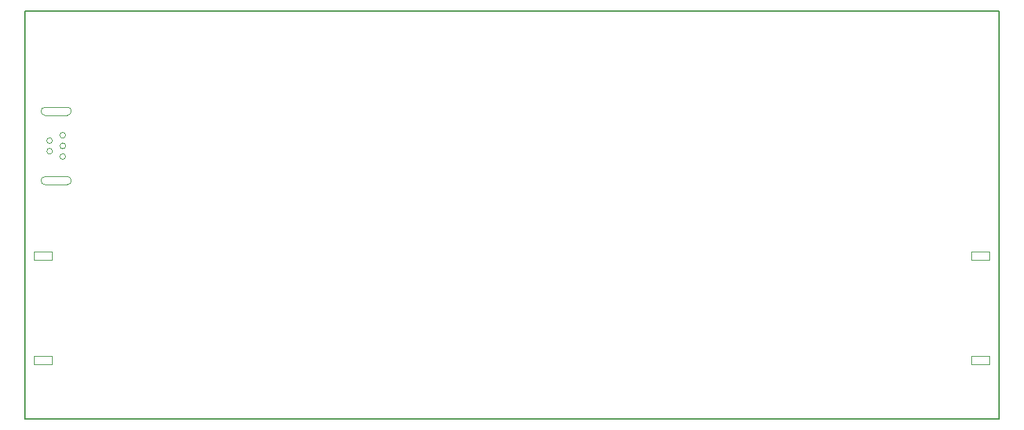
<source format=gbr>
G04 #@! TF.GenerationSoftware,KiCad,Pcbnew,5.0.2-5.fc29*
G04 #@! TF.CreationDate,2019-03-22T17:39:01+01:00*
G04 #@! TF.ProjectId,beieliscale-kicad,62656965-6c69-4736-9361-6c652d6b6963,rev?*
G04 #@! TF.SameCoordinates,Original*
G04 #@! TF.FileFunction,Profile,NP*
%FSLAX46Y46*%
G04 Gerber Fmt 4.6, Leading zero omitted, Abs format (unit mm)*
G04 Created by KiCad (PCBNEW 5.0.2-5.fc29) date Fr 22 Mär 2019 17:39:01 CET*
%MOMM*%
%LPD*%
G01*
G04 APERTURE LIST*
%ADD10C,0.150000*%
G04 #@! TA.AperFunction,NonConductor*
%ADD11C,0.100000*%
G04 #@! TD*
G04 #@! TA.AperFunction,NonConductor*
%ADD12C,0.000100*%
G04 #@! TD*
G04 APERTURE END LIST*
D10*
X74930000Y-49900000D02*
X74930000Y-99900000D01*
X194000000Y-49900000D02*
X74930000Y-49900000D01*
X194000000Y-99900000D02*
X194000000Y-49900000D01*
X74930000Y-99900000D02*
X194000000Y-99900000D01*
D11*
G04 #@! TO.C,J1*
X192765000Y-93180000D02*
X192765000Y-92180000D01*
X192765000Y-92180000D02*
X190565000Y-92180000D01*
X190565000Y-92180000D02*
X190565000Y-93180000D01*
X190565000Y-93180000D02*
X192765000Y-93180000D01*
X192765000Y-80380000D02*
X192765000Y-79380000D01*
X192765000Y-79380000D02*
X190565000Y-79380000D01*
X190565000Y-79380000D02*
X190565000Y-80380000D01*
X190565000Y-80380000D02*
X192765000Y-80380000D01*
G04 #@! TO.C,J2*
X78240000Y-92180000D02*
X76040000Y-92180000D01*
X78240000Y-93180000D02*
X78240000Y-92180000D01*
X76040000Y-93180000D02*
X78240000Y-93180000D01*
X76040000Y-92180000D02*
X76040000Y-93180000D01*
X78240000Y-79380000D02*
X76040000Y-79380000D01*
X78240000Y-80380000D02*
X78240000Y-79380000D01*
X76040000Y-80380000D02*
X78240000Y-80380000D01*
X76040000Y-79380000D02*
X76040000Y-80380000D01*
G04 #@! TO.C,J3*
X80090000Y-62685000D02*
X77390000Y-62685000D01*
X77390000Y-62685000D02*
G75*
G02X77390000Y-61685000I0J500000D01*
G01*
X77390000Y-61685000D02*
X80090000Y-61685000D01*
X80090000Y-61685000D02*
G75*
G02X80090000Y-62685000I0J-500000D01*
G01*
X80090000Y-71185000D02*
X77390000Y-71185000D01*
X77390000Y-71185000D02*
G75*
G02X77390000Y-70185000I0J500000D01*
G01*
X77390000Y-70185000D02*
X80090000Y-70185000D01*
X80090000Y-70185000D02*
G75*
G02X80090000Y-71185000I0J-500000D01*
G01*
D12*
X79890000Y-66435000D02*
G75*
G03X79890000Y-66435000I-350000J0D01*
G01*
X79890000Y-65135000D02*
G75*
G03X79890000Y-65135000I-350000J0D01*
G01*
X79890000Y-67735000D02*
G75*
G03X79890000Y-67735000I-350000J0D01*
G01*
X78290000Y-67085000D02*
G75*
G03X78290000Y-67085000I-350000J0D01*
G01*
X78290000Y-65785000D02*
G75*
G03X78290000Y-65785000I-350000J0D01*
G01*
G04 #@! TD*
M02*

</source>
